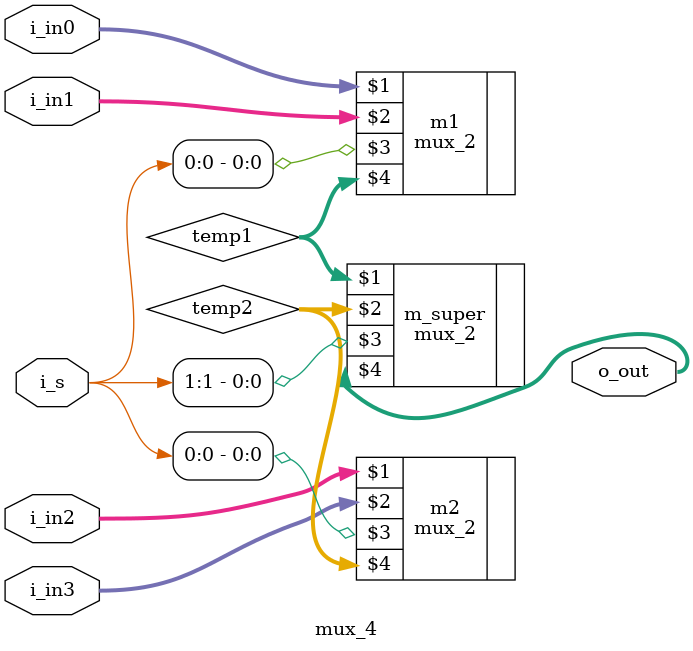
<source format=sv>
module mux_4 #(parameter N=64) ( input  logic [N-1:0] i_in0,
                                                   i_in1,
                                                   i_in2,
                                                   i_in3,
                              input  logic [1:0]   i_s,
                              output logic [N-1:0] o_out );
        logic [N-1:0] temp1, temp2;
	mux_2 #(N) m1(i_in0, i_in1, i_s[0], temp1);
	mux_2 #(N) m2(i_in2, i_in3, i_s[0], temp2);
	mux_2 #(N) m_super(temp1, temp2, i_s[1], o_out);

endmodule

</source>
